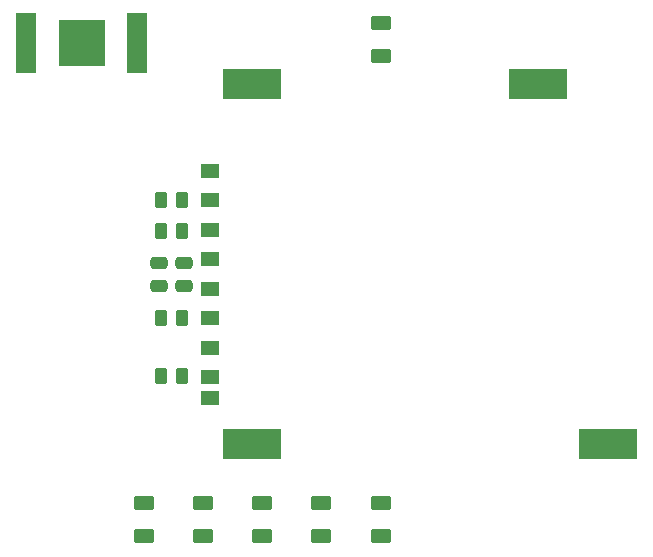
<source format=gbr>
%TF.GenerationSoftware,KiCad,Pcbnew,7.0.8-7.0.8~ubuntu23.04.1*%
%TF.CreationDate,2023-11-12T10:14:10+00:00*%
%TF.ProjectId,USTSIPIN02,55535453-4950-4494-9e30-322e6b696361,02A*%
%TF.SameCoordinates,Original*%
%TF.FileFunction,Paste,Top*%
%TF.FilePolarity,Positive*%
%FSLAX46Y46*%
G04 Gerber Fmt 4.6, Leading zero omitted, Abs format (unit mm)*
G04 Created by KiCad (PCBNEW 7.0.8-7.0.8~ubuntu23.04.1) date 2023-11-12 10:14:10*
%MOMM*%
%LPD*%
G01*
G04 APERTURE LIST*
G04 Aperture macros list*
%AMRoundRect*
0 Rectangle with rounded corners*
0 $1 Rounding radius*
0 $2 $3 $4 $5 $6 $7 $8 $9 X,Y pos of 4 corners*
0 Add a 4 corners polygon primitive as box body*
4,1,4,$2,$3,$4,$5,$6,$7,$8,$9,$2,$3,0*
0 Add four circle primitives for the rounded corners*
1,1,$1+$1,$2,$3*
1,1,$1+$1,$4,$5*
1,1,$1+$1,$6,$7*
1,1,$1+$1,$8,$9*
0 Add four rect primitives between the rounded corners*
20,1,$1+$1,$2,$3,$4,$5,0*
20,1,$1+$1,$4,$5,$6,$7,0*
20,1,$1+$1,$6,$7,$8,$9,0*
20,1,$1+$1,$8,$9,$2,$3,0*%
G04 Aperture macros list end*
%ADD10RoundRect,0.250000X-0.262500X-0.450000X0.262500X-0.450000X0.262500X0.450000X-0.262500X0.450000X0*%
%ADD11RoundRect,0.250000X-0.625000X0.375000X-0.625000X-0.375000X0.625000X-0.375000X0.625000X0.375000X0*%
%ADD12RoundRect,0.250000X0.475000X-0.250000X0.475000X0.250000X-0.475000X0.250000X-0.475000X-0.250000X0*%
%ADD13R,1.780000X5.080000*%
%ADD14R,3.960000X3.960000*%
%ADD15R,1.600000X1.200000*%
%ADD16R,5.000000X2.500000*%
G04 APERTURE END LIST*
D10*
%TO.C,R17*%
X149421841Y-92240527D03*
X151246841Y-92240527D03*
%TD*%
%TO.C,R25*%
X149421841Y-107175727D03*
X151246841Y-107175727D03*
%TD*%
D11*
%TO.C,D9*%
X153026341Y-117916927D03*
X153026341Y-120716927D03*
%TD*%
D10*
%TO.C,R24*%
X149421841Y-102248127D03*
X151246841Y-102248127D03*
%TD*%
D11*
%TO.C,D7*%
X148026341Y-117916927D03*
X148026341Y-120716927D03*
%TD*%
D12*
%TO.C,C25*%
X151401141Y-99489727D03*
X151401141Y-97589727D03*
%TD*%
D11*
%TO.C,D4*%
X163026341Y-117916927D03*
X163026341Y-120716927D03*
%TD*%
D12*
%TO.C,C22*%
X149267541Y-99489727D03*
X149267541Y-97589727D03*
%TD*%
D11*
%TO.C,D3*%
X168026341Y-117916927D03*
X168026341Y-120716927D03*
%TD*%
%TO.C,D10*%
X168026341Y-77276927D03*
X168026341Y-80076927D03*
%TD*%
D10*
%TO.C,R18*%
X149421841Y-94831327D03*
X151246841Y-94831327D03*
%TD*%
D13*
%TO.C,BT1*%
X138014341Y-78930927D03*
X147414341Y-78930927D03*
D14*
X142714341Y-78930927D03*
%TD*%
D15*
%TO.C,J2*%
X153622341Y-92256927D03*
X153622341Y-94756927D03*
X153622341Y-97256927D03*
X153622341Y-99756927D03*
X153622341Y-102256927D03*
X153622341Y-104756927D03*
X153622341Y-107186927D03*
X153622341Y-108986927D03*
X153622341Y-89756927D03*
D16*
X157122341Y-82421927D03*
X157122341Y-112871927D03*
X181322341Y-82421927D03*
X187322341Y-112871927D03*
%TD*%
D11*
%TO.C,D8*%
X158026341Y-117916927D03*
X158026341Y-120716927D03*
%TD*%
M02*

</source>
